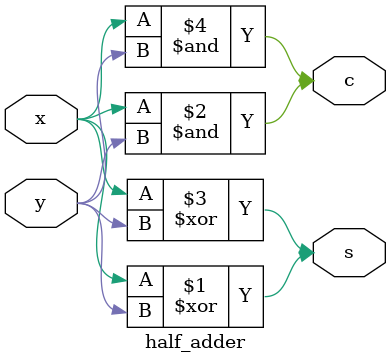
<source format=v>
module half_adder(
   input x, y,
   output s, c
);

// continous Assignment
assign s = x ^ y;   // x xor y
assign c = x & y;

// structural
xor sum (s, x, y);
and carry (c, x, y);

endmodule

</source>
